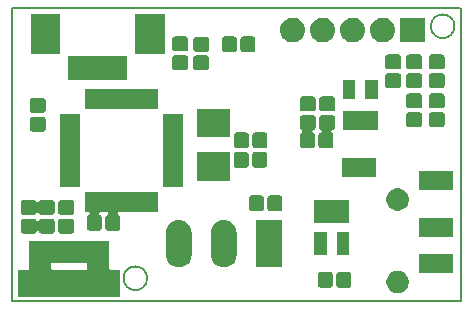
<source format=gbr>
G04 #@! TF.GenerationSoftware,KiCad,Pcbnew,(5.0.0)*
G04 #@! TF.CreationDate,2019-01-26T11:16:20+03:00*
G04 #@! TF.ProjectId,stm32mc,73746D33326D632E6B696361645F7063,rev?*
G04 #@! TF.SameCoordinates,Original*
G04 #@! TF.FileFunction,Soldermask,Bot*
G04 #@! TF.FilePolarity,Negative*
%FSLAX46Y46*%
G04 Gerber Fmt 4.6, Leading zero omitted, Abs format (unit mm)*
G04 Created by KiCad (PCBNEW (5.0.0)) date 01/26/19 11:16:20*
%MOMM*%
%LPD*%
G01*
G04 APERTURE LIST*
%ADD10C,0.150000*%
%ADD11C,0.100000*%
G04 APERTURE END LIST*
D10*
X58531000Y-19050000D02*
G75*
G03X58531000Y-19050000I-1000000J0D01*
G01*
X32512000Y-40386000D02*
G75*
G03X32512000Y-40386000I-1000000J0D01*
G01*
X59055000Y-42291000D02*
X59055000Y-17526000D01*
X59024000Y-17507000D02*
X21082000Y-17526000D01*
X21082000Y-42291000D02*
X59055000Y-42291000D01*
X21082000Y-17526000D02*
X21082000Y-42291000D01*
D11*
G36*
X29308000Y-39549000D02*
X29310402Y-39573386D01*
X29317515Y-39596835D01*
X29329066Y-39618446D01*
X29344612Y-39637388D01*
X29363554Y-39652934D01*
X29385165Y-39664485D01*
X29408614Y-39671598D01*
X29433000Y-39674000D01*
X30205500Y-39674000D01*
X30205500Y-41974000D01*
X21610500Y-41974000D01*
X21610500Y-39674000D01*
X22383000Y-39674000D01*
X22407386Y-39671598D01*
X22430835Y-39664485D01*
X22452446Y-39652934D01*
X22471388Y-39637388D01*
X22486934Y-39618446D01*
X22498485Y-39596835D01*
X22505598Y-39573386D01*
X22508000Y-39549000D01*
X22508000Y-39179000D01*
X24383000Y-39179000D01*
X24383000Y-39549000D01*
X24385402Y-39573386D01*
X24392515Y-39596835D01*
X24404066Y-39618446D01*
X24419612Y-39637388D01*
X24438554Y-39652934D01*
X24460165Y-39664485D01*
X24483614Y-39671598D01*
X24508000Y-39674000D01*
X27308000Y-39674000D01*
X27332386Y-39671598D01*
X27355835Y-39664485D01*
X27377446Y-39652934D01*
X27396388Y-39637388D01*
X27411934Y-39618446D01*
X27423485Y-39596835D01*
X27430598Y-39573386D01*
X27433000Y-39549000D01*
X27433000Y-39179000D01*
X27430598Y-39154614D01*
X27423485Y-39131165D01*
X27411934Y-39109554D01*
X27396388Y-39090612D01*
X27377446Y-39075066D01*
X27355835Y-39063515D01*
X27332386Y-39056402D01*
X27308000Y-39054000D01*
X24508000Y-39054000D01*
X24483614Y-39056402D01*
X24460165Y-39063515D01*
X24438554Y-39075066D01*
X24419612Y-39090612D01*
X24404066Y-39109554D01*
X24392515Y-39131165D01*
X24385402Y-39154614D01*
X24383000Y-39179000D01*
X22508000Y-39179000D01*
X22508000Y-37274000D01*
X29308000Y-37274000D01*
X29308000Y-39549000D01*
X29308000Y-39549000D01*
G37*
G36*
X53854786Y-39774000D02*
X53998105Y-39802508D01*
X54170994Y-39874121D01*
X54326590Y-39978087D01*
X54458913Y-40110410D01*
X54562879Y-40266006D01*
X54634492Y-40438895D01*
X54671000Y-40622433D01*
X54671000Y-40809567D01*
X54634492Y-40993105D01*
X54562879Y-41165994D01*
X54458913Y-41321590D01*
X54326590Y-41453913D01*
X54170994Y-41557879D01*
X53998105Y-41629492D01*
X53860452Y-41656873D01*
X53814568Y-41666000D01*
X53627432Y-41666000D01*
X53581548Y-41656873D01*
X53443895Y-41629492D01*
X53271006Y-41557879D01*
X53115410Y-41453913D01*
X52983087Y-41321590D01*
X52879121Y-41165994D01*
X52807508Y-40993105D01*
X52771000Y-40809567D01*
X52771000Y-40622433D01*
X52807508Y-40438895D01*
X52879121Y-40266006D01*
X52983087Y-40110410D01*
X53115410Y-39978087D01*
X53271006Y-39874121D01*
X53443895Y-39802508D01*
X53587214Y-39774000D01*
X53627432Y-39766000D01*
X53814568Y-39766000D01*
X53854786Y-39774000D01*
X53854786Y-39774000D01*
G37*
G36*
X49605622Y-39843517D02*
X49653585Y-39858066D01*
X49697775Y-39881686D01*
X49736518Y-39913482D01*
X49768314Y-39952225D01*
X49791934Y-39996415D01*
X49806483Y-40044378D01*
X49812000Y-40100391D01*
X49812000Y-40925609D01*
X49806483Y-40981622D01*
X49791934Y-41029585D01*
X49768314Y-41073775D01*
X49736518Y-41112518D01*
X49697775Y-41144314D01*
X49653585Y-41167934D01*
X49605622Y-41182483D01*
X49549609Y-41188000D01*
X48799391Y-41188000D01*
X48743378Y-41182483D01*
X48695415Y-41167934D01*
X48651225Y-41144314D01*
X48612482Y-41112518D01*
X48580686Y-41073775D01*
X48557066Y-41029585D01*
X48542517Y-40981622D01*
X48537000Y-40925609D01*
X48537000Y-40100391D01*
X48542517Y-40044378D01*
X48557066Y-39996415D01*
X48580686Y-39952225D01*
X48612482Y-39913482D01*
X48651225Y-39881686D01*
X48695415Y-39858066D01*
X48743378Y-39843517D01*
X48799391Y-39838000D01*
X49549609Y-39838000D01*
X49605622Y-39843517D01*
X49605622Y-39843517D01*
G37*
G36*
X48030622Y-39843517D02*
X48078585Y-39858066D01*
X48122775Y-39881686D01*
X48161518Y-39913482D01*
X48193314Y-39952225D01*
X48216934Y-39996415D01*
X48231483Y-40044378D01*
X48237000Y-40100391D01*
X48237000Y-40925609D01*
X48231483Y-40981622D01*
X48216934Y-41029585D01*
X48193314Y-41073775D01*
X48161518Y-41112518D01*
X48122775Y-41144314D01*
X48078585Y-41167934D01*
X48030622Y-41182483D01*
X47974609Y-41188000D01*
X47224391Y-41188000D01*
X47168378Y-41182483D01*
X47120415Y-41167934D01*
X47076225Y-41144314D01*
X47037482Y-41112518D01*
X47005686Y-41073775D01*
X46982066Y-41029585D01*
X46967517Y-40981622D01*
X46962000Y-40925609D01*
X46962000Y-40100391D01*
X46967517Y-40044378D01*
X46982066Y-39996415D01*
X47005686Y-39952225D01*
X47037482Y-39913482D01*
X47076225Y-39881686D01*
X47120415Y-39858066D01*
X47168378Y-39843517D01*
X47224391Y-39838000D01*
X47974609Y-39838000D01*
X48030622Y-39843517D01*
X48030622Y-39843517D01*
G37*
G36*
X58421000Y-39916000D02*
X55521000Y-39916000D01*
X55521000Y-38316000D01*
X58421000Y-38316000D01*
X58421000Y-39916000D01*
X58421000Y-39916000D01*
G37*
G36*
X39204639Y-35480916D02*
X39411986Y-35543815D01*
X39411988Y-35543816D01*
X39603084Y-35645958D01*
X39770581Y-35783419D01*
X39908042Y-35950916D01*
X39957395Y-36043250D01*
X40010185Y-36142014D01*
X40073084Y-36349361D01*
X40086914Y-36489777D01*
X40089000Y-36510964D01*
X40089000Y-38419036D01*
X40073084Y-38580638D01*
X40010184Y-38787988D01*
X39908042Y-38979084D01*
X39770581Y-39146581D01*
X39603084Y-39284042D01*
X39411987Y-39386184D01*
X39411985Y-39386185D01*
X39204638Y-39449084D01*
X38989000Y-39470322D01*
X38773361Y-39449084D01*
X38566014Y-39386185D01*
X38566012Y-39386184D01*
X38374916Y-39284042D01*
X38207419Y-39146581D01*
X38069958Y-38979084D01*
X37967816Y-38787987D01*
X37904917Y-38580639D01*
X37904916Y-38580638D01*
X37889000Y-38419037D01*
X37889000Y-36510963D01*
X37904917Y-36349361D01*
X37967816Y-36142014D01*
X38020606Y-36043250D01*
X38069959Y-35950916D01*
X38207420Y-35783419D01*
X38374917Y-35645958D01*
X38566013Y-35543816D01*
X38566015Y-35543815D01*
X38773362Y-35480916D01*
X38989000Y-35459678D01*
X39204639Y-35480916D01*
X39204639Y-35480916D01*
G37*
G36*
X35394639Y-35480916D02*
X35601986Y-35543815D01*
X35601988Y-35543816D01*
X35793084Y-35645958D01*
X35960581Y-35783419D01*
X36098042Y-35950916D01*
X36147395Y-36043250D01*
X36200185Y-36142014D01*
X36263084Y-36349361D01*
X36276914Y-36489777D01*
X36279000Y-36510964D01*
X36279000Y-38419036D01*
X36263084Y-38580638D01*
X36200184Y-38787988D01*
X36098042Y-38979084D01*
X35960581Y-39146581D01*
X35793084Y-39284042D01*
X35601987Y-39386184D01*
X35601985Y-39386185D01*
X35394638Y-39449084D01*
X35179000Y-39470322D01*
X34963361Y-39449084D01*
X34756014Y-39386185D01*
X34756012Y-39386184D01*
X34564916Y-39284042D01*
X34397419Y-39146581D01*
X34259958Y-38979084D01*
X34157816Y-38787987D01*
X34094917Y-38580639D01*
X34094916Y-38580638D01*
X34079000Y-38419037D01*
X34079000Y-36510963D01*
X34094917Y-36349361D01*
X34157816Y-36142014D01*
X34210606Y-36043250D01*
X34259959Y-35950916D01*
X34397420Y-35783419D01*
X34564917Y-35645958D01*
X34756013Y-35543816D01*
X34756015Y-35543815D01*
X34963362Y-35480916D01*
X35179000Y-35459678D01*
X35394639Y-35480916D01*
X35394639Y-35480916D01*
G37*
G36*
X43899000Y-39465000D02*
X41699000Y-39465000D01*
X41699000Y-35465000D01*
X43899000Y-35465000D01*
X43899000Y-39465000D01*
X43899000Y-39465000D01*
G37*
G36*
X49608000Y-38398000D02*
X48558000Y-38398000D01*
X48558000Y-36438000D01*
X49608000Y-36438000D01*
X49608000Y-38398000D01*
X49608000Y-38398000D01*
G37*
G36*
X47708000Y-38398000D02*
X46658000Y-38398000D01*
X46658000Y-36438000D01*
X47708000Y-36438000D01*
X47708000Y-38398000D01*
X47708000Y-38398000D01*
G37*
G36*
X58421000Y-36916000D02*
X55521000Y-36916000D01*
X55521000Y-35316000D01*
X58421000Y-35316000D01*
X58421000Y-36916000D01*
X58421000Y-36916000D01*
G37*
G36*
X22947622Y-35334517D02*
X22995585Y-35349066D01*
X23039775Y-35372686D01*
X23078518Y-35404482D01*
X23110312Y-35443223D01*
X23130760Y-35481478D01*
X23144374Y-35501852D01*
X23161701Y-35519179D01*
X23182075Y-35532793D01*
X23204714Y-35542171D01*
X23228748Y-35546951D01*
X23253252Y-35546951D01*
X23277286Y-35542171D01*
X23299925Y-35532793D01*
X23320299Y-35519179D01*
X23337626Y-35501852D01*
X23351240Y-35481478D01*
X23371688Y-35443223D01*
X23403482Y-35404482D01*
X23442225Y-35372686D01*
X23486415Y-35349066D01*
X23534378Y-35334517D01*
X23590391Y-35329000D01*
X24415609Y-35329000D01*
X24471622Y-35334517D01*
X24519585Y-35349066D01*
X24563775Y-35372686D01*
X24602518Y-35404482D01*
X24634314Y-35443225D01*
X24657934Y-35487415D01*
X24672483Y-35535378D01*
X24678000Y-35591391D01*
X24678000Y-36341609D01*
X24672483Y-36397622D01*
X24657934Y-36445585D01*
X24634314Y-36489775D01*
X24602518Y-36528518D01*
X24563775Y-36560314D01*
X24519585Y-36583934D01*
X24471622Y-36598483D01*
X24415609Y-36604000D01*
X23590391Y-36604000D01*
X23534378Y-36598483D01*
X23486415Y-36583934D01*
X23442225Y-36560314D01*
X23403482Y-36528518D01*
X23371688Y-36489777D01*
X23351240Y-36451522D01*
X23337626Y-36431148D01*
X23320299Y-36413821D01*
X23299925Y-36400207D01*
X23277286Y-36390829D01*
X23253252Y-36386049D01*
X23228748Y-36386049D01*
X23204714Y-36390829D01*
X23182075Y-36400207D01*
X23161701Y-36413821D01*
X23144374Y-36431148D01*
X23130760Y-36451522D01*
X23110312Y-36489777D01*
X23078518Y-36528518D01*
X23039775Y-36560314D01*
X22995585Y-36583934D01*
X22947622Y-36598483D01*
X22891609Y-36604000D01*
X22066391Y-36604000D01*
X22010378Y-36598483D01*
X21962415Y-36583934D01*
X21918225Y-36560314D01*
X21879482Y-36528518D01*
X21847686Y-36489775D01*
X21824066Y-36445585D01*
X21809517Y-36397622D01*
X21804000Y-36341609D01*
X21804000Y-35591391D01*
X21809517Y-35535378D01*
X21824066Y-35487415D01*
X21847686Y-35443225D01*
X21879482Y-35404482D01*
X21918225Y-35372686D01*
X21962415Y-35349066D01*
X22010378Y-35334517D01*
X22066391Y-35329000D01*
X22891609Y-35329000D01*
X22947622Y-35334517D01*
X22947622Y-35334517D01*
G37*
G36*
X26122622Y-35334517D02*
X26170585Y-35349066D01*
X26214775Y-35372686D01*
X26253518Y-35404482D01*
X26285314Y-35443225D01*
X26308934Y-35487415D01*
X26323483Y-35535378D01*
X26329000Y-35591391D01*
X26329000Y-36341609D01*
X26323483Y-36397622D01*
X26308934Y-36445585D01*
X26285314Y-36489775D01*
X26253518Y-36528518D01*
X26214775Y-36560314D01*
X26170585Y-36583934D01*
X26122622Y-36598483D01*
X26066609Y-36604000D01*
X25241391Y-36604000D01*
X25185378Y-36598483D01*
X25137415Y-36583934D01*
X25093225Y-36560314D01*
X25054482Y-36528518D01*
X25022686Y-36489775D01*
X24999066Y-36445585D01*
X24984517Y-36397622D01*
X24979000Y-36341609D01*
X24979000Y-35591391D01*
X24984517Y-35535378D01*
X24999066Y-35487415D01*
X25022686Y-35443225D01*
X25054482Y-35404482D01*
X25093225Y-35372686D01*
X25137415Y-35349066D01*
X25185378Y-35334517D01*
X25241391Y-35329000D01*
X26066609Y-35329000D01*
X26122622Y-35334517D01*
X26122622Y-35334517D01*
G37*
G36*
X33428000Y-34791000D02*
X30143579Y-34791000D01*
X30119193Y-34793402D01*
X30095744Y-34800515D01*
X30074133Y-34812066D01*
X30055191Y-34827612D01*
X30039645Y-34846554D01*
X30028094Y-34868165D01*
X30020981Y-34891614D01*
X30018579Y-34916000D01*
X30020981Y-34940386D01*
X30028094Y-34963835D01*
X30039645Y-34985446D01*
X30055191Y-35004388D01*
X30074133Y-35019934D01*
X30085284Y-35025214D01*
X30084724Y-35026261D01*
X30139775Y-35055686D01*
X30178518Y-35087482D01*
X30210314Y-35126225D01*
X30233934Y-35170415D01*
X30248483Y-35218378D01*
X30254000Y-35274391D01*
X30254000Y-36099609D01*
X30248483Y-36155622D01*
X30233934Y-36203585D01*
X30210314Y-36247775D01*
X30178518Y-36286518D01*
X30139775Y-36318314D01*
X30095585Y-36341934D01*
X30047622Y-36356483D01*
X29991609Y-36362000D01*
X29241391Y-36362000D01*
X29185378Y-36356483D01*
X29137415Y-36341934D01*
X29093225Y-36318314D01*
X29054482Y-36286518D01*
X29022686Y-36247775D01*
X28999066Y-36203585D01*
X28984517Y-36155622D01*
X28979000Y-36099609D01*
X28979000Y-35274391D01*
X28984517Y-35218378D01*
X28999066Y-35170415D01*
X29022686Y-35126225D01*
X29054482Y-35087482D01*
X29093225Y-35055686D01*
X29148276Y-35026261D01*
X29148274Y-35026258D01*
X29148447Y-35026186D01*
X29168809Y-35012554D01*
X29186120Y-34995211D01*
X29199715Y-34974824D01*
X29209072Y-34952176D01*
X29213830Y-34928138D01*
X29213808Y-34903634D01*
X29209005Y-34879605D01*
X29199607Y-34856974D01*
X29185975Y-34836612D01*
X29168632Y-34819301D01*
X29148245Y-34805706D01*
X29125597Y-34796349D01*
X29089421Y-34791000D01*
X28568579Y-34791000D01*
X28544193Y-34793402D01*
X28520744Y-34800515D01*
X28499133Y-34812066D01*
X28480191Y-34827612D01*
X28464645Y-34846554D01*
X28453094Y-34868165D01*
X28445981Y-34891614D01*
X28443579Y-34916000D01*
X28445981Y-34940386D01*
X28453094Y-34963835D01*
X28464645Y-34985446D01*
X28480191Y-35004388D01*
X28499133Y-35019934D01*
X28510284Y-35025214D01*
X28509724Y-35026261D01*
X28564775Y-35055686D01*
X28603518Y-35087482D01*
X28635314Y-35126225D01*
X28658934Y-35170415D01*
X28673483Y-35218378D01*
X28679000Y-35274391D01*
X28679000Y-36099609D01*
X28673483Y-36155622D01*
X28658934Y-36203585D01*
X28635314Y-36247775D01*
X28603518Y-36286518D01*
X28564775Y-36318314D01*
X28520585Y-36341934D01*
X28472622Y-36356483D01*
X28416609Y-36362000D01*
X27666391Y-36362000D01*
X27610378Y-36356483D01*
X27562415Y-36341934D01*
X27518225Y-36318314D01*
X27479482Y-36286518D01*
X27447686Y-36247775D01*
X27424066Y-36203585D01*
X27409517Y-36155622D01*
X27404000Y-36099609D01*
X27404000Y-35274391D01*
X27409517Y-35218378D01*
X27424066Y-35170415D01*
X27447686Y-35126225D01*
X27479482Y-35087482D01*
X27518225Y-35055686D01*
X27573276Y-35026261D01*
X27573274Y-35026258D01*
X27573447Y-35026186D01*
X27593809Y-35012554D01*
X27611120Y-34995211D01*
X27624715Y-34974824D01*
X27634072Y-34952176D01*
X27638830Y-34928138D01*
X27638808Y-34903634D01*
X27634005Y-34879605D01*
X27624607Y-34856974D01*
X27610975Y-34836612D01*
X27593632Y-34819301D01*
X27573245Y-34805706D01*
X27550597Y-34796349D01*
X27514421Y-34791000D01*
X27278000Y-34791000D01*
X27278000Y-33091000D01*
X33428000Y-33091000D01*
X33428000Y-34791000D01*
X33428000Y-34791000D01*
G37*
G36*
X49608000Y-35698000D02*
X46658000Y-35698000D01*
X46658000Y-33738000D01*
X49608000Y-33738000D01*
X49608000Y-35698000D01*
X49608000Y-35698000D01*
G37*
G36*
X22947622Y-33759517D02*
X22995585Y-33774066D01*
X23039775Y-33797686D01*
X23078518Y-33829482D01*
X23110312Y-33868223D01*
X23130760Y-33906478D01*
X23144374Y-33926852D01*
X23161701Y-33944179D01*
X23182075Y-33957793D01*
X23204714Y-33967171D01*
X23228748Y-33971951D01*
X23253252Y-33971951D01*
X23277286Y-33967171D01*
X23299925Y-33957793D01*
X23320299Y-33944179D01*
X23337626Y-33926852D01*
X23351240Y-33906478D01*
X23371688Y-33868223D01*
X23403482Y-33829482D01*
X23442225Y-33797686D01*
X23486415Y-33774066D01*
X23534378Y-33759517D01*
X23590391Y-33754000D01*
X24415609Y-33754000D01*
X24471622Y-33759517D01*
X24519585Y-33774066D01*
X24563775Y-33797686D01*
X24602518Y-33829482D01*
X24634314Y-33868225D01*
X24657934Y-33912415D01*
X24672483Y-33960378D01*
X24678000Y-34016391D01*
X24678000Y-34766609D01*
X24672483Y-34822622D01*
X24657934Y-34870585D01*
X24634314Y-34914775D01*
X24602518Y-34953518D01*
X24563775Y-34985314D01*
X24519585Y-35008934D01*
X24471622Y-35023483D01*
X24415609Y-35029000D01*
X23590391Y-35029000D01*
X23534378Y-35023483D01*
X23486415Y-35008934D01*
X23442225Y-34985314D01*
X23403482Y-34953518D01*
X23371688Y-34914777D01*
X23351240Y-34876522D01*
X23337626Y-34856148D01*
X23320299Y-34838821D01*
X23299925Y-34825207D01*
X23277286Y-34815829D01*
X23253252Y-34811049D01*
X23228748Y-34811049D01*
X23204714Y-34815829D01*
X23182075Y-34825207D01*
X23161701Y-34838821D01*
X23144374Y-34856148D01*
X23130760Y-34876522D01*
X23110312Y-34914777D01*
X23078518Y-34953518D01*
X23039775Y-34985314D01*
X22995585Y-35008934D01*
X22947622Y-35023483D01*
X22891609Y-35029000D01*
X22066391Y-35029000D01*
X22010378Y-35023483D01*
X21962415Y-35008934D01*
X21918225Y-34985314D01*
X21879482Y-34953518D01*
X21847686Y-34914775D01*
X21824066Y-34870585D01*
X21809517Y-34822622D01*
X21804000Y-34766609D01*
X21804000Y-34016391D01*
X21809517Y-33960378D01*
X21824066Y-33912415D01*
X21847686Y-33868225D01*
X21879482Y-33829482D01*
X21918225Y-33797686D01*
X21962415Y-33774066D01*
X22010378Y-33759517D01*
X22066391Y-33754000D01*
X22891609Y-33754000D01*
X22947622Y-33759517D01*
X22947622Y-33759517D01*
G37*
G36*
X26122622Y-33759517D02*
X26170585Y-33774066D01*
X26214775Y-33797686D01*
X26253518Y-33829482D01*
X26285314Y-33868225D01*
X26308934Y-33912415D01*
X26323483Y-33960378D01*
X26329000Y-34016391D01*
X26329000Y-34766609D01*
X26323483Y-34822622D01*
X26308934Y-34870585D01*
X26285314Y-34914775D01*
X26253518Y-34953518D01*
X26214775Y-34985314D01*
X26170585Y-35008934D01*
X26122622Y-35023483D01*
X26066609Y-35029000D01*
X25241391Y-35029000D01*
X25185378Y-35023483D01*
X25137415Y-35008934D01*
X25093225Y-34985314D01*
X25054482Y-34953518D01*
X25022686Y-34914775D01*
X24999066Y-34870585D01*
X24984517Y-34822622D01*
X24979000Y-34766609D01*
X24979000Y-34016391D01*
X24984517Y-33960378D01*
X24999066Y-33912415D01*
X25022686Y-33868225D01*
X25054482Y-33829482D01*
X25093225Y-33797686D01*
X25137415Y-33774066D01*
X25185378Y-33759517D01*
X25241391Y-33754000D01*
X26066609Y-33754000D01*
X26122622Y-33759517D01*
X26122622Y-33759517D01*
G37*
G36*
X43763622Y-33366517D02*
X43811585Y-33381066D01*
X43855775Y-33404686D01*
X43894518Y-33436482D01*
X43926314Y-33475225D01*
X43949934Y-33519415D01*
X43964483Y-33567378D01*
X43970000Y-33623391D01*
X43970000Y-34448609D01*
X43964483Y-34504622D01*
X43949934Y-34552585D01*
X43926314Y-34596775D01*
X43894518Y-34635518D01*
X43855775Y-34667314D01*
X43811585Y-34690934D01*
X43763622Y-34705483D01*
X43707609Y-34711000D01*
X42957391Y-34711000D01*
X42901378Y-34705483D01*
X42853415Y-34690934D01*
X42809225Y-34667314D01*
X42770482Y-34635518D01*
X42738686Y-34596775D01*
X42715066Y-34552585D01*
X42700517Y-34504622D01*
X42695000Y-34448609D01*
X42695000Y-33623391D01*
X42700517Y-33567378D01*
X42715066Y-33519415D01*
X42738686Y-33475225D01*
X42770482Y-33436482D01*
X42809225Y-33404686D01*
X42853415Y-33381066D01*
X42901378Y-33366517D01*
X42957391Y-33361000D01*
X43707609Y-33361000D01*
X43763622Y-33366517D01*
X43763622Y-33366517D01*
G37*
G36*
X42188622Y-33366517D02*
X42236585Y-33381066D01*
X42280775Y-33404686D01*
X42319518Y-33436482D01*
X42351314Y-33475225D01*
X42374934Y-33519415D01*
X42389483Y-33567378D01*
X42395000Y-33623391D01*
X42395000Y-34448609D01*
X42389483Y-34504622D01*
X42374934Y-34552585D01*
X42351314Y-34596775D01*
X42319518Y-34635518D01*
X42280775Y-34667314D01*
X42236585Y-34690934D01*
X42188622Y-34705483D01*
X42132609Y-34711000D01*
X41382391Y-34711000D01*
X41326378Y-34705483D01*
X41278415Y-34690934D01*
X41234225Y-34667314D01*
X41195482Y-34635518D01*
X41163686Y-34596775D01*
X41140066Y-34552585D01*
X41125517Y-34504622D01*
X41120000Y-34448609D01*
X41120000Y-33623391D01*
X41125517Y-33567378D01*
X41140066Y-33519415D01*
X41163686Y-33475225D01*
X41195482Y-33436482D01*
X41234225Y-33404686D01*
X41278415Y-33381066D01*
X41326378Y-33366517D01*
X41382391Y-33361000D01*
X42132609Y-33361000D01*
X42188622Y-33366517D01*
X42188622Y-33366517D01*
G37*
G36*
X53860451Y-32775127D02*
X53998105Y-32802508D01*
X54170994Y-32874121D01*
X54326590Y-32978087D01*
X54458913Y-33110410D01*
X54562879Y-33266006D01*
X54634492Y-33438895D01*
X54671000Y-33622433D01*
X54671000Y-33809567D01*
X54634492Y-33993105D01*
X54562879Y-34165994D01*
X54458913Y-34321590D01*
X54326590Y-34453913D01*
X54170994Y-34557879D01*
X53998105Y-34629492D01*
X53860451Y-34656873D01*
X53814568Y-34666000D01*
X53627432Y-34666000D01*
X53581549Y-34656873D01*
X53443895Y-34629492D01*
X53271006Y-34557879D01*
X53115410Y-34453913D01*
X52983087Y-34321590D01*
X52879121Y-34165994D01*
X52807508Y-33993105D01*
X52771000Y-33809567D01*
X52771000Y-33622433D01*
X52807508Y-33438895D01*
X52879121Y-33266006D01*
X52983087Y-33110410D01*
X53115410Y-32978087D01*
X53271006Y-32874121D01*
X53443895Y-32802508D01*
X53581549Y-32775127D01*
X53627432Y-32766000D01*
X53814568Y-32766000D01*
X53860451Y-32775127D01*
X53860451Y-32775127D01*
G37*
G36*
X58421000Y-32916000D02*
X55521000Y-32916000D01*
X55521000Y-31316000D01*
X58421000Y-31316000D01*
X58421000Y-32916000D01*
X58421000Y-32916000D01*
G37*
G36*
X26853000Y-32666000D02*
X25153000Y-32666000D01*
X25153000Y-26516000D01*
X26853000Y-26516000D01*
X26853000Y-32666000D01*
X26853000Y-32666000D01*
G37*
G36*
X35553000Y-32666000D02*
X33853000Y-32666000D01*
X33853000Y-26516000D01*
X35553000Y-26516000D01*
X35553000Y-32666000D01*
X35553000Y-32666000D01*
G37*
G36*
X39500000Y-32133000D02*
X36700000Y-32133000D01*
X36700000Y-29733000D01*
X39500000Y-29733000D01*
X39500000Y-32133000D01*
X39500000Y-32133000D01*
G37*
G36*
X51921000Y-31816000D02*
X49021000Y-31816000D01*
X49021000Y-30216000D01*
X51921000Y-30216000D01*
X51921000Y-31816000D01*
X51921000Y-31816000D01*
G37*
G36*
X42468122Y-29683517D02*
X42516085Y-29698066D01*
X42560275Y-29721686D01*
X42599018Y-29753482D01*
X42630814Y-29792225D01*
X42654434Y-29836415D01*
X42668983Y-29884378D01*
X42674500Y-29940391D01*
X42674500Y-30765609D01*
X42668983Y-30821622D01*
X42654434Y-30869585D01*
X42630814Y-30913775D01*
X42599018Y-30952518D01*
X42560275Y-30984314D01*
X42516085Y-31007934D01*
X42468122Y-31022483D01*
X42412109Y-31028000D01*
X41661891Y-31028000D01*
X41605878Y-31022483D01*
X41557915Y-31007934D01*
X41513725Y-30984314D01*
X41474982Y-30952518D01*
X41443186Y-30913775D01*
X41419566Y-30869585D01*
X41405017Y-30821622D01*
X41399500Y-30765609D01*
X41399500Y-29940391D01*
X41405017Y-29884378D01*
X41419566Y-29836415D01*
X41443186Y-29792225D01*
X41474982Y-29753482D01*
X41513725Y-29721686D01*
X41557915Y-29698066D01*
X41605878Y-29683517D01*
X41661891Y-29678000D01*
X42412109Y-29678000D01*
X42468122Y-29683517D01*
X42468122Y-29683517D01*
G37*
G36*
X40893122Y-29683517D02*
X40941085Y-29698066D01*
X40985275Y-29721686D01*
X41024018Y-29753482D01*
X41055814Y-29792225D01*
X41079434Y-29836415D01*
X41093983Y-29884378D01*
X41099500Y-29940391D01*
X41099500Y-30765609D01*
X41093983Y-30821622D01*
X41079434Y-30869585D01*
X41055814Y-30913775D01*
X41024018Y-30952518D01*
X40985275Y-30984314D01*
X40941085Y-31007934D01*
X40893122Y-31022483D01*
X40837109Y-31028000D01*
X40086891Y-31028000D01*
X40030878Y-31022483D01*
X39982915Y-31007934D01*
X39938725Y-30984314D01*
X39899982Y-30952518D01*
X39868186Y-30913775D01*
X39844566Y-30869585D01*
X39830017Y-30821622D01*
X39824500Y-30765609D01*
X39824500Y-29940391D01*
X39830017Y-29884378D01*
X39844566Y-29836415D01*
X39868186Y-29792225D01*
X39899982Y-29753482D01*
X39938725Y-29721686D01*
X39982915Y-29698066D01*
X40030878Y-29683517D01*
X40086891Y-29678000D01*
X40837109Y-29678000D01*
X40893122Y-29683517D01*
X40893122Y-29683517D01*
G37*
G36*
X40918622Y-28032517D02*
X40966585Y-28047066D01*
X41010775Y-28070686D01*
X41049518Y-28102482D01*
X41081314Y-28141225D01*
X41104934Y-28185415D01*
X41119483Y-28233378D01*
X41125000Y-28289391D01*
X41125000Y-29114609D01*
X41119483Y-29170622D01*
X41104934Y-29218585D01*
X41081314Y-29262775D01*
X41049518Y-29301518D01*
X41010775Y-29333314D01*
X40966585Y-29356934D01*
X40918622Y-29371483D01*
X40862609Y-29377000D01*
X40112391Y-29377000D01*
X40056378Y-29371483D01*
X40008415Y-29356934D01*
X39964225Y-29333314D01*
X39925482Y-29301518D01*
X39893686Y-29262775D01*
X39870066Y-29218585D01*
X39855517Y-29170622D01*
X39850000Y-29114609D01*
X39850000Y-28289391D01*
X39855517Y-28233378D01*
X39870066Y-28185415D01*
X39893686Y-28141225D01*
X39925482Y-28102482D01*
X39964225Y-28070686D01*
X40008415Y-28047066D01*
X40056378Y-28032517D01*
X40112391Y-28027000D01*
X40862609Y-28027000D01*
X40918622Y-28032517D01*
X40918622Y-28032517D01*
G37*
G36*
X42493622Y-28032517D02*
X42541585Y-28047066D01*
X42585775Y-28070686D01*
X42624518Y-28102482D01*
X42656314Y-28141225D01*
X42679934Y-28185415D01*
X42694483Y-28233378D01*
X42700000Y-28289391D01*
X42700000Y-29114609D01*
X42694483Y-29170622D01*
X42679934Y-29218585D01*
X42656314Y-29262775D01*
X42624518Y-29301518D01*
X42585775Y-29333314D01*
X42541585Y-29356934D01*
X42493622Y-29371483D01*
X42437609Y-29377000D01*
X41687391Y-29377000D01*
X41631378Y-29371483D01*
X41583415Y-29356934D01*
X41539225Y-29333314D01*
X41500482Y-29301518D01*
X41468686Y-29262775D01*
X41445066Y-29218585D01*
X41430517Y-29170622D01*
X41425000Y-29114609D01*
X41425000Y-28289391D01*
X41430517Y-28233378D01*
X41445066Y-28185415D01*
X41468686Y-28141225D01*
X41500482Y-28102482D01*
X41539225Y-28070686D01*
X41583415Y-28047066D01*
X41631378Y-28032517D01*
X41687391Y-28027000D01*
X42437609Y-28027000D01*
X42493622Y-28032517D01*
X42493622Y-28032517D01*
G37*
G36*
X46569622Y-26571517D02*
X46617585Y-26586066D01*
X46661775Y-26609686D01*
X46700518Y-26641482D01*
X46732314Y-26680225D01*
X46755934Y-26724415D01*
X46770483Y-26772378D01*
X46776000Y-26828391D01*
X46776000Y-27578609D01*
X46770483Y-27634622D01*
X46755934Y-27682585D01*
X46732314Y-27726775D01*
X46700518Y-27765518D01*
X46661775Y-27797314D01*
X46617582Y-27820935D01*
X46596281Y-27827397D01*
X46573643Y-27836774D01*
X46553268Y-27850388D01*
X46535941Y-27867716D01*
X46522327Y-27888090D01*
X46512950Y-27910729D01*
X46508170Y-27934763D01*
X46508170Y-27959267D01*
X46512951Y-27983301D01*
X46522328Y-28005939D01*
X46535942Y-28026314D01*
X46553270Y-28043641D01*
X46573645Y-28057255D01*
X46598777Y-28070688D01*
X46637518Y-28102482D01*
X46669314Y-28141225D01*
X46692934Y-28185415D01*
X46707483Y-28233378D01*
X46713000Y-28289391D01*
X46713000Y-29114609D01*
X46707483Y-29170622D01*
X46692934Y-29218585D01*
X46669314Y-29262775D01*
X46637518Y-29301518D01*
X46598775Y-29333314D01*
X46554585Y-29356934D01*
X46506622Y-29371483D01*
X46450609Y-29377000D01*
X45700391Y-29377000D01*
X45644378Y-29371483D01*
X45596415Y-29356934D01*
X45552225Y-29333314D01*
X45513482Y-29301518D01*
X45481686Y-29262775D01*
X45458066Y-29218585D01*
X45443517Y-29170622D01*
X45438000Y-29114609D01*
X45438000Y-28289391D01*
X45443517Y-28233378D01*
X45458066Y-28185415D01*
X45481686Y-28141225D01*
X45513482Y-28102482D01*
X45552223Y-28070688D01*
X45595821Y-28047384D01*
X45616195Y-28033770D01*
X45633522Y-28016443D01*
X45647136Y-27996068D01*
X45656514Y-27973429D01*
X45661294Y-27949396D01*
X45661294Y-27924892D01*
X45656513Y-27900858D01*
X45647136Y-27878219D01*
X45633522Y-27857845D01*
X45616195Y-27840518D01*
X45595820Y-27826904D01*
X45594774Y-27826471D01*
X45540225Y-27797314D01*
X45501482Y-27765518D01*
X45469686Y-27726775D01*
X45446066Y-27682585D01*
X45431517Y-27634622D01*
X45426000Y-27578609D01*
X45426000Y-26828391D01*
X45431517Y-26772378D01*
X45446066Y-26724415D01*
X45469686Y-26680225D01*
X45501482Y-26641482D01*
X45540225Y-26609686D01*
X45584415Y-26586066D01*
X45632378Y-26571517D01*
X45688391Y-26566000D01*
X46513609Y-26566000D01*
X46569622Y-26571517D01*
X46569622Y-26571517D01*
G37*
G36*
X48220622Y-26571517D02*
X48268585Y-26586066D01*
X48312775Y-26609686D01*
X48351518Y-26641482D01*
X48383314Y-26680225D01*
X48406934Y-26724415D01*
X48421483Y-26772378D01*
X48427000Y-26828391D01*
X48427000Y-27578609D01*
X48421483Y-27634622D01*
X48406934Y-27682585D01*
X48383314Y-27726775D01*
X48351518Y-27765518D01*
X48312775Y-27797314D01*
X48268585Y-27820934D01*
X48220622Y-27835483D01*
X48219585Y-27835585D01*
X48195551Y-27840364D01*
X48172912Y-27849741D01*
X48152537Y-27863354D01*
X48135209Y-27880681D01*
X48121595Y-27901055D01*
X48112217Y-27923693D01*
X48107435Y-27947727D01*
X48107435Y-27972231D01*
X48112214Y-27996265D01*
X48121591Y-28018904D01*
X48135204Y-28039279D01*
X48152531Y-28056607D01*
X48172907Y-28070222D01*
X48173775Y-28070686D01*
X48212518Y-28102482D01*
X48244314Y-28141225D01*
X48267934Y-28185415D01*
X48282483Y-28233378D01*
X48288000Y-28289391D01*
X48288000Y-29114609D01*
X48282483Y-29170622D01*
X48267934Y-29218585D01*
X48244314Y-29262775D01*
X48212518Y-29301518D01*
X48173775Y-29333314D01*
X48129585Y-29356934D01*
X48081622Y-29371483D01*
X48025609Y-29377000D01*
X47275391Y-29377000D01*
X47219378Y-29371483D01*
X47171415Y-29356934D01*
X47127225Y-29333314D01*
X47088482Y-29301518D01*
X47056686Y-29262775D01*
X47033066Y-29218585D01*
X47018517Y-29170622D01*
X47013000Y-29114609D01*
X47013000Y-28289391D01*
X47018517Y-28233378D01*
X47033066Y-28185415D01*
X47056686Y-28141225D01*
X47088482Y-28102482D01*
X47127225Y-28070686D01*
X47171415Y-28047066D01*
X47193355Y-28040411D01*
X47215994Y-28031034D01*
X47236369Y-28017420D01*
X47253696Y-28000093D01*
X47267310Y-27979718D01*
X47276687Y-27957079D01*
X47281468Y-27933046D01*
X47281468Y-27908542D01*
X47276688Y-27884508D01*
X47267311Y-27861869D01*
X47253697Y-27841494D01*
X47236370Y-27824167D01*
X47215994Y-27810553D01*
X47191225Y-27797314D01*
X47152482Y-27765518D01*
X47120686Y-27726775D01*
X47097066Y-27682585D01*
X47082517Y-27634622D01*
X47077000Y-27578609D01*
X47077000Y-26828391D01*
X47082517Y-26772378D01*
X47097066Y-26724415D01*
X47120686Y-26680225D01*
X47152482Y-26641482D01*
X47191225Y-26609686D01*
X47235415Y-26586066D01*
X47283378Y-26571517D01*
X47339391Y-26566000D01*
X48164609Y-26566000D01*
X48220622Y-26571517D01*
X48220622Y-26571517D01*
G37*
G36*
X39500000Y-28433000D02*
X36700000Y-28433000D01*
X36700000Y-26033000D01*
X39500000Y-26033000D01*
X39500000Y-28433000D01*
X39500000Y-28433000D01*
G37*
G36*
X23709622Y-26698517D02*
X23757585Y-26713066D01*
X23801775Y-26736686D01*
X23840518Y-26768482D01*
X23872314Y-26807225D01*
X23895934Y-26851415D01*
X23910483Y-26899378D01*
X23916000Y-26955391D01*
X23916000Y-27705609D01*
X23910483Y-27761622D01*
X23895934Y-27809585D01*
X23872314Y-27853775D01*
X23840518Y-27892518D01*
X23801775Y-27924314D01*
X23757585Y-27947934D01*
X23709622Y-27962483D01*
X23653609Y-27968000D01*
X22828391Y-27968000D01*
X22772378Y-27962483D01*
X22724415Y-27947934D01*
X22680225Y-27924314D01*
X22641482Y-27892518D01*
X22609686Y-27853775D01*
X22586066Y-27809585D01*
X22571517Y-27761622D01*
X22566000Y-27705609D01*
X22566000Y-26955391D01*
X22571517Y-26899378D01*
X22586066Y-26851415D01*
X22609686Y-26807225D01*
X22641482Y-26768482D01*
X22680225Y-26736686D01*
X22724415Y-26713066D01*
X22772378Y-26698517D01*
X22828391Y-26693000D01*
X23653609Y-26693000D01*
X23709622Y-26698517D01*
X23709622Y-26698517D01*
G37*
G36*
X52021000Y-27814000D02*
X49071000Y-27814000D01*
X49071000Y-26194000D01*
X52021000Y-26194000D01*
X52021000Y-27814000D01*
X52021000Y-27814000D01*
G37*
G36*
X55586622Y-26317517D02*
X55634585Y-26332066D01*
X55678775Y-26355686D01*
X55717518Y-26387482D01*
X55749314Y-26426225D01*
X55772934Y-26470415D01*
X55787483Y-26518378D01*
X55793000Y-26574391D01*
X55793000Y-27324609D01*
X55787483Y-27380622D01*
X55772934Y-27428585D01*
X55749314Y-27472775D01*
X55717518Y-27511518D01*
X55678775Y-27543314D01*
X55634585Y-27566934D01*
X55586622Y-27581483D01*
X55530609Y-27587000D01*
X54705391Y-27587000D01*
X54649378Y-27581483D01*
X54601415Y-27566934D01*
X54557225Y-27543314D01*
X54518482Y-27511518D01*
X54486686Y-27472775D01*
X54463066Y-27428585D01*
X54448517Y-27380622D01*
X54443000Y-27324609D01*
X54443000Y-26574391D01*
X54448517Y-26518378D01*
X54463066Y-26470415D01*
X54486686Y-26426225D01*
X54518482Y-26387482D01*
X54557225Y-26355686D01*
X54601415Y-26332066D01*
X54649378Y-26317517D01*
X54705391Y-26312000D01*
X55530609Y-26312000D01*
X55586622Y-26317517D01*
X55586622Y-26317517D01*
G37*
G36*
X57491622Y-26317517D02*
X57539585Y-26332066D01*
X57583775Y-26355686D01*
X57622518Y-26387482D01*
X57654314Y-26426225D01*
X57677934Y-26470415D01*
X57692483Y-26518378D01*
X57698000Y-26574391D01*
X57698000Y-27324609D01*
X57692483Y-27380622D01*
X57677934Y-27428585D01*
X57654314Y-27472775D01*
X57622518Y-27511518D01*
X57583775Y-27543314D01*
X57539585Y-27566934D01*
X57491622Y-27581483D01*
X57435609Y-27587000D01*
X56610391Y-27587000D01*
X56554378Y-27581483D01*
X56506415Y-27566934D01*
X56462225Y-27543314D01*
X56423482Y-27511518D01*
X56391686Y-27472775D01*
X56368066Y-27428585D01*
X56353517Y-27380622D01*
X56348000Y-27324609D01*
X56348000Y-26574391D01*
X56353517Y-26518378D01*
X56368066Y-26470415D01*
X56391686Y-26426225D01*
X56423482Y-26387482D01*
X56462225Y-26355686D01*
X56506415Y-26332066D01*
X56554378Y-26317517D01*
X56610391Y-26312000D01*
X57435609Y-26312000D01*
X57491622Y-26317517D01*
X57491622Y-26317517D01*
G37*
G36*
X23709622Y-25123517D02*
X23757585Y-25138066D01*
X23801775Y-25161686D01*
X23840518Y-25193482D01*
X23872314Y-25232225D01*
X23895934Y-25276415D01*
X23910483Y-25324378D01*
X23916000Y-25380391D01*
X23916000Y-26130609D01*
X23910483Y-26186622D01*
X23895934Y-26234585D01*
X23872314Y-26278775D01*
X23840518Y-26317518D01*
X23801775Y-26349314D01*
X23757585Y-26372934D01*
X23709622Y-26387483D01*
X23653609Y-26393000D01*
X22828391Y-26393000D01*
X22772378Y-26387483D01*
X22724415Y-26372934D01*
X22680225Y-26349314D01*
X22641482Y-26317518D01*
X22609686Y-26278775D01*
X22586066Y-26234585D01*
X22571517Y-26186622D01*
X22566000Y-26130609D01*
X22566000Y-25380391D01*
X22571517Y-25324378D01*
X22586066Y-25276415D01*
X22609686Y-25232225D01*
X22641482Y-25193482D01*
X22680225Y-25161686D01*
X22724415Y-25138066D01*
X22772378Y-25123517D01*
X22828391Y-25118000D01*
X23653609Y-25118000D01*
X23709622Y-25123517D01*
X23709622Y-25123517D01*
G37*
G36*
X46569622Y-24996517D02*
X46617585Y-25011066D01*
X46661775Y-25034686D01*
X46700518Y-25066482D01*
X46732314Y-25105225D01*
X46755934Y-25149415D01*
X46770483Y-25197378D01*
X46776000Y-25253391D01*
X46776000Y-26003609D01*
X46770483Y-26059622D01*
X46755934Y-26107585D01*
X46732314Y-26151775D01*
X46700518Y-26190518D01*
X46661775Y-26222314D01*
X46617585Y-26245934D01*
X46569622Y-26260483D01*
X46513609Y-26266000D01*
X45688391Y-26266000D01*
X45632378Y-26260483D01*
X45584415Y-26245934D01*
X45540225Y-26222314D01*
X45501482Y-26190518D01*
X45469686Y-26151775D01*
X45446066Y-26107585D01*
X45431517Y-26059622D01*
X45426000Y-26003609D01*
X45426000Y-25253391D01*
X45431517Y-25197378D01*
X45446066Y-25149415D01*
X45469686Y-25105225D01*
X45501482Y-25066482D01*
X45540225Y-25034686D01*
X45584415Y-25011066D01*
X45632378Y-24996517D01*
X45688391Y-24991000D01*
X46513609Y-24991000D01*
X46569622Y-24996517D01*
X46569622Y-24996517D01*
G37*
G36*
X48220622Y-24996517D02*
X48268585Y-25011066D01*
X48312775Y-25034686D01*
X48351518Y-25066482D01*
X48383314Y-25105225D01*
X48406934Y-25149415D01*
X48421483Y-25197378D01*
X48427000Y-25253391D01*
X48427000Y-26003609D01*
X48421483Y-26059622D01*
X48406934Y-26107585D01*
X48383314Y-26151775D01*
X48351518Y-26190518D01*
X48312775Y-26222314D01*
X48268585Y-26245934D01*
X48220622Y-26260483D01*
X48164609Y-26266000D01*
X47339391Y-26266000D01*
X47283378Y-26260483D01*
X47235415Y-26245934D01*
X47191225Y-26222314D01*
X47152482Y-26190518D01*
X47120686Y-26151775D01*
X47097066Y-26107585D01*
X47082517Y-26059622D01*
X47077000Y-26003609D01*
X47077000Y-25253391D01*
X47082517Y-25197378D01*
X47097066Y-25149415D01*
X47120686Y-25105225D01*
X47152482Y-25066482D01*
X47191225Y-25034686D01*
X47235415Y-25011066D01*
X47283378Y-24996517D01*
X47339391Y-24991000D01*
X48164609Y-24991000D01*
X48220622Y-24996517D01*
X48220622Y-24996517D01*
G37*
G36*
X33428000Y-26091000D02*
X27278000Y-26091000D01*
X27278000Y-24391000D01*
X33428000Y-24391000D01*
X33428000Y-26091000D01*
X33428000Y-26091000D01*
G37*
G36*
X57491622Y-24742517D02*
X57539585Y-24757066D01*
X57583775Y-24780686D01*
X57622518Y-24812482D01*
X57654314Y-24851225D01*
X57677934Y-24895415D01*
X57692483Y-24943378D01*
X57698000Y-24999391D01*
X57698000Y-25749609D01*
X57692483Y-25805622D01*
X57677934Y-25853585D01*
X57654314Y-25897775D01*
X57622518Y-25936518D01*
X57583775Y-25968314D01*
X57539585Y-25991934D01*
X57491622Y-26006483D01*
X57435609Y-26012000D01*
X56610391Y-26012000D01*
X56554378Y-26006483D01*
X56506415Y-25991934D01*
X56462225Y-25968314D01*
X56423482Y-25936518D01*
X56391686Y-25897775D01*
X56368066Y-25853585D01*
X56353517Y-25805622D01*
X56348000Y-25749609D01*
X56348000Y-24999391D01*
X56353517Y-24943378D01*
X56368066Y-24895415D01*
X56391686Y-24851225D01*
X56423482Y-24812482D01*
X56462225Y-24780686D01*
X56506415Y-24757066D01*
X56554378Y-24742517D01*
X56610391Y-24737000D01*
X57435609Y-24737000D01*
X57491622Y-24742517D01*
X57491622Y-24742517D01*
G37*
G36*
X55586622Y-24742517D02*
X55634585Y-24757066D01*
X55678775Y-24780686D01*
X55717518Y-24812482D01*
X55749314Y-24851225D01*
X55772934Y-24895415D01*
X55787483Y-24943378D01*
X55793000Y-24999391D01*
X55793000Y-25749609D01*
X55787483Y-25805622D01*
X55772934Y-25853585D01*
X55749314Y-25897775D01*
X55717518Y-25936518D01*
X55678775Y-25968314D01*
X55634585Y-25991934D01*
X55586622Y-26006483D01*
X55530609Y-26012000D01*
X54705391Y-26012000D01*
X54649378Y-26006483D01*
X54601415Y-25991934D01*
X54557225Y-25968314D01*
X54518482Y-25936518D01*
X54486686Y-25897775D01*
X54463066Y-25853585D01*
X54448517Y-25805622D01*
X54443000Y-25749609D01*
X54443000Y-24999391D01*
X54448517Y-24943378D01*
X54463066Y-24895415D01*
X54486686Y-24851225D01*
X54518482Y-24812482D01*
X54557225Y-24780686D01*
X54601415Y-24757066D01*
X54649378Y-24742517D01*
X54705391Y-24737000D01*
X55530609Y-24737000D01*
X55586622Y-24742517D01*
X55586622Y-24742517D01*
G37*
G36*
X52021000Y-25194000D02*
X50971000Y-25194000D01*
X50971000Y-23574000D01*
X52021000Y-23574000D01*
X52021000Y-25194000D01*
X52021000Y-25194000D01*
G37*
G36*
X50121000Y-25194000D02*
X49071000Y-25194000D01*
X49071000Y-23574000D01*
X50121000Y-23574000D01*
X50121000Y-25194000D01*
X50121000Y-25194000D01*
G37*
G36*
X57491622Y-23015517D02*
X57539585Y-23030066D01*
X57583775Y-23053686D01*
X57622518Y-23085482D01*
X57654314Y-23124225D01*
X57677934Y-23168415D01*
X57692483Y-23216378D01*
X57698000Y-23272391D01*
X57698000Y-24022609D01*
X57692483Y-24078622D01*
X57677934Y-24126585D01*
X57654314Y-24170775D01*
X57622518Y-24209518D01*
X57583775Y-24241314D01*
X57539585Y-24264934D01*
X57491622Y-24279483D01*
X57435609Y-24285000D01*
X56610391Y-24285000D01*
X56554378Y-24279483D01*
X56506415Y-24264934D01*
X56462225Y-24241314D01*
X56423482Y-24209518D01*
X56391686Y-24170775D01*
X56368066Y-24126585D01*
X56353517Y-24078622D01*
X56348000Y-24022609D01*
X56348000Y-23272391D01*
X56353517Y-23216378D01*
X56368066Y-23168415D01*
X56391686Y-23124225D01*
X56423482Y-23085482D01*
X56462225Y-23053686D01*
X56506415Y-23030066D01*
X56554378Y-23015517D01*
X56610391Y-23010000D01*
X57435609Y-23010000D01*
X57491622Y-23015517D01*
X57491622Y-23015517D01*
G37*
G36*
X53808622Y-23015517D02*
X53856585Y-23030066D01*
X53900775Y-23053686D01*
X53939518Y-23085482D01*
X53971314Y-23124225D01*
X53994934Y-23168415D01*
X54009483Y-23216378D01*
X54015000Y-23272391D01*
X54015000Y-24022609D01*
X54009483Y-24078622D01*
X53994934Y-24126585D01*
X53971314Y-24170775D01*
X53939518Y-24209518D01*
X53900775Y-24241314D01*
X53856585Y-24264934D01*
X53808622Y-24279483D01*
X53752609Y-24285000D01*
X52927391Y-24285000D01*
X52871378Y-24279483D01*
X52823415Y-24264934D01*
X52779225Y-24241314D01*
X52740482Y-24209518D01*
X52708686Y-24170775D01*
X52685066Y-24126585D01*
X52670517Y-24078622D01*
X52665000Y-24022609D01*
X52665000Y-23272391D01*
X52670517Y-23216378D01*
X52685066Y-23168415D01*
X52708686Y-23124225D01*
X52740482Y-23085482D01*
X52779225Y-23053686D01*
X52823415Y-23030066D01*
X52871378Y-23015517D01*
X52927391Y-23010000D01*
X53752609Y-23010000D01*
X53808622Y-23015517D01*
X53808622Y-23015517D01*
G37*
G36*
X55586622Y-23015517D02*
X55634585Y-23030066D01*
X55678775Y-23053686D01*
X55717518Y-23085482D01*
X55749314Y-23124225D01*
X55772934Y-23168415D01*
X55787483Y-23216378D01*
X55793000Y-23272391D01*
X55793000Y-24022609D01*
X55787483Y-24078622D01*
X55772934Y-24126585D01*
X55749314Y-24170775D01*
X55717518Y-24209518D01*
X55678775Y-24241314D01*
X55634585Y-24264934D01*
X55586622Y-24279483D01*
X55530609Y-24285000D01*
X54705391Y-24285000D01*
X54649378Y-24279483D01*
X54601415Y-24264934D01*
X54557225Y-24241314D01*
X54518482Y-24209518D01*
X54486686Y-24170775D01*
X54463066Y-24126585D01*
X54448517Y-24078622D01*
X54443000Y-24022609D01*
X54443000Y-23272391D01*
X54448517Y-23216378D01*
X54463066Y-23168415D01*
X54486686Y-23124225D01*
X54518482Y-23085482D01*
X54557225Y-23053686D01*
X54601415Y-23030066D01*
X54649378Y-23015517D01*
X54705391Y-23010000D01*
X55530609Y-23010000D01*
X55586622Y-23015517D01*
X55586622Y-23015517D01*
G37*
G36*
X30796000Y-23593000D02*
X25846000Y-23593000D01*
X25846000Y-21593000D01*
X30796000Y-21593000D01*
X30796000Y-23593000D01*
X30796000Y-23593000D01*
G37*
G36*
X37552622Y-21517017D02*
X37600585Y-21531566D01*
X37644775Y-21555186D01*
X37683518Y-21586982D01*
X37715314Y-21625725D01*
X37738934Y-21669915D01*
X37753483Y-21717878D01*
X37759000Y-21773891D01*
X37759000Y-22524109D01*
X37753483Y-22580122D01*
X37738934Y-22628085D01*
X37715314Y-22672275D01*
X37683518Y-22711018D01*
X37644775Y-22742814D01*
X37600585Y-22766434D01*
X37552622Y-22780983D01*
X37496609Y-22786500D01*
X36671391Y-22786500D01*
X36615378Y-22780983D01*
X36567415Y-22766434D01*
X36523225Y-22742814D01*
X36484482Y-22711018D01*
X36452686Y-22672275D01*
X36429066Y-22628085D01*
X36414517Y-22580122D01*
X36409000Y-22524109D01*
X36409000Y-21773891D01*
X36414517Y-21717878D01*
X36429066Y-21669915D01*
X36452686Y-21625725D01*
X36484482Y-21586982D01*
X36523225Y-21555186D01*
X36567415Y-21531566D01*
X36615378Y-21517017D01*
X36671391Y-21511500D01*
X37496609Y-21511500D01*
X37552622Y-21517017D01*
X37552622Y-21517017D01*
G37*
G36*
X35774622Y-21491517D02*
X35822585Y-21506066D01*
X35866775Y-21529686D01*
X35905518Y-21561482D01*
X35937314Y-21600225D01*
X35960934Y-21644415D01*
X35975483Y-21692378D01*
X35981000Y-21748391D01*
X35981000Y-22498609D01*
X35975483Y-22554622D01*
X35960934Y-22602585D01*
X35937314Y-22646775D01*
X35905518Y-22685518D01*
X35866775Y-22717314D01*
X35822585Y-22740934D01*
X35774622Y-22755483D01*
X35718609Y-22761000D01*
X34893391Y-22761000D01*
X34837378Y-22755483D01*
X34789415Y-22740934D01*
X34745225Y-22717314D01*
X34706482Y-22685518D01*
X34674686Y-22646775D01*
X34651066Y-22602585D01*
X34636517Y-22554622D01*
X34631000Y-22498609D01*
X34631000Y-21748391D01*
X34636517Y-21692378D01*
X34651066Y-21644415D01*
X34674686Y-21600225D01*
X34706482Y-21561482D01*
X34745225Y-21529686D01*
X34789415Y-21506066D01*
X34837378Y-21491517D01*
X34893391Y-21486000D01*
X35718609Y-21486000D01*
X35774622Y-21491517D01*
X35774622Y-21491517D01*
G37*
G36*
X57491622Y-21440517D02*
X57539585Y-21455066D01*
X57583775Y-21478686D01*
X57622518Y-21510482D01*
X57654314Y-21549225D01*
X57677934Y-21593415D01*
X57692483Y-21641378D01*
X57698000Y-21697391D01*
X57698000Y-22447609D01*
X57692483Y-22503622D01*
X57677934Y-22551585D01*
X57654314Y-22595775D01*
X57622518Y-22634518D01*
X57583775Y-22666314D01*
X57539585Y-22689934D01*
X57491622Y-22704483D01*
X57435609Y-22710000D01*
X56610391Y-22710000D01*
X56554378Y-22704483D01*
X56506415Y-22689934D01*
X56462225Y-22666314D01*
X56423482Y-22634518D01*
X56391686Y-22595775D01*
X56368066Y-22551585D01*
X56353517Y-22503622D01*
X56348000Y-22447609D01*
X56348000Y-21697391D01*
X56353517Y-21641378D01*
X56368066Y-21593415D01*
X56391686Y-21549225D01*
X56423482Y-21510482D01*
X56462225Y-21478686D01*
X56506415Y-21455066D01*
X56554378Y-21440517D01*
X56610391Y-21435000D01*
X57435609Y-21435000D01*
X57491622Y-21440517D01*
X57491622Y-21440517D01*
G37*
G36*
X55586622Y-21440517D02*
X55634585Y-21455066D01*
X55678775Y-21478686D01*
X55717518Y-21510482D01*
X55749314Y-21549225D01*
X55772934Y-21593415D01*
X55787483Y-21641378D01*
X55793000Y-21697391D01*
X55793000Y-22447609D01*
X55787483Y-22503622D01*
X55772934Y-22551585D01*
X55749314Y-22595775D01*
X55717518Y-22634518D01*
X55678775Y-22666314D01*
X55634585Y-22689934D01*
X55586622Y-22704483D01*
X55530609Y-22710000D01*
X54705391Y-22710000D01*
X54649378Y-22704483D01*
X54601415Y-22689934D01*
X54557225Y-22666314D01*
X54518482Y-22634518D01*
X54486686Y-22595775D01*
X54463066Y-22551585D01*
X54448517Y-22503622D01*
X54443000Y-22447609D01*
X54443000Y-21697391D01*
X54448517Y-21641378D01*
X54463066Y-21593415D01*
X54486686Y-21549225D01*
X54518482Y-21510482D01*
X54557225Y-21478686D01*
X54601415Y-21455066D01*
X54649378Y-21440517D01*
X54705391Y-21435000D01*
X55530609Y-21435000D01*
X55586622Y-21440517D01*
X55586622Y-21440517D01*
G37*
G36*
X53808622Y-21440517D02*
X53856585Y-21455066D01*
X53900775Y-21478686D01*
X53939518Y-21510482D01*
X53971314Y-21549225D01*
X53994934Y-21593415D01*
X54009483Y-21641378D01*
X54015000Y-21697391D01*
X54015000Y-22447609D01*
X54009483Y-22503622D01*
X53994934Y-22551585D01*
X53971314Y-22595775D01*
X53939518Y-22634518D01*
X53900775Y-22666314D01*
X53856585Y-22689934D01*
X53808622Y-22704483D01*
X53752609Y-22710000D01*
X52927391Y-22710000D01*
X52871378Y-22704483D01*
X52823415Y-22689934D01*
X52779225Y-22666314D01*
X52740482Y-22634518D01*
X52708686Y-22595775D01*
X52685066Y-22551585D01*
X52670517Y-22503622D01*
X52665000Y-22447609D01*
X52665000Y-21697391D01*
X52670517Y-21641378D01*
X52685066Y-21593415D01*
X52708686Y-21549225D01*
X52740482Y-21510482D01*
X52779225Y-21478686D01*
X52823415Y-21455066D01*
X52871378Y-21440517D01*
X52927391Y-21435000D01*
X53752609Y-21435000D01*
X53808622Y-21440517D01*
X53808622Y-21440517D01*
G37*
G36*
X25146000Y-21393000D02*
X22646000Y-21393000D01*
X22646000Y-17993000D01*
X25146000Y-17993000D01*
X25146000Y-21393000D01*
X25146000Y-21393000D01*
G37*
G36*
X33996000Y-21393000D02*
X31496000Y-21393000D01*
X31496000Y-17993000D01*
X33996000Y-17993000D01*
X33996000Y-21393000D01*
X33996000Y-21393000D01*
G37*
G36*
X39902622Y-19904517D02*
X39950585Y-19919066D01*
X39994775Y-19942686D01*
X40033518Y-19974482D01*
X40065314Y-20013225D01*
X40088934Y-20057415D01*
X40103483Y-20105378D01*
X40109000Y-20161391D01*
X40109000Y-20986609D01*
X40103483Y-21042622D01*
X40088934Y-21090585D01*
X40065314Y-21134775D01*
X40033518Y-21173518D01*
X39994775Y-21205314D01*
X39950585Y-21228934D01*
X39902622Y-21243483D01*
X39846609Y-21249000D01*
X39096391Y-21249000D01*
X39040378Y-21243483D01*
X38992415Y-21228934D01*
X38948225Y-21205314D01*
X38909482Y-21173518D01*
X38877686Y-21134775D01*
X38854066Y-21090585D01*
X38839517Y-21042622D01*
X38834000Y-20986609D01*
X38834000Y-20161391D01*
X38839517Y-20105378D01*
X38854066Y-20057415D01*
X38877686Y-20013225D01*
X38909482Y-19974482D01*
X38948225Y-19942686D01*
X38992415Y-19919066D01*
X39040378Y-19904517D01*
X39096391Y-19899000D01*
X39846609Y-19899000D01*
X39902622Y-19904517D01*
X39902622Y-19904517D01*
G37*
G36*
X41477622Y-19904517D02*
X41525585Y-19919066D01*
X41569775Y-19942686D01*
X41608518Y-19974482D01*
X41640314Y-20013225D01*
X41663934Y-20057415D01*
X41678483Y-20105378D01*
X41684000Y-20161391D01*
X41684000Y-20986609D01*
X41678483Y-21042622D01*
X41663934Y-21090585D01*
X41640314Y-21134775D01*
X41608518Y-21173518D01*
X41569775Y-21205314D01*
X41525585Y-21228934D01*
X41477622Y-21243483D01*
X41421609Y-21249000D01*
X40671391Y-21249000D01*
X40615378Y-21243483D01*
X40567415Y-21228934D01*
X40523225Y-21205314D01*
X40484482Y-21173518D01*
X40452686Y-21134775D01*
X40429066Y-21090585D01*
X40414517Y-21042622D01*
X40409000Y-20986609D01*
X40409000Y-20161391D01*
X40414517Y-20105378D01*
X40429066Y-20057415D01*
X40452686Y-20013225D01*
X40484482Y-19974482D01*
X40523225Y-19942686D01*
X40567415Y-19919066D01*
X40615378Y-19904517D01*
X40671391Y-19899000D01*
X41421609Y-19899000D01*
X41477622Y-19904517D01*
X41477622Y-19904517D01*
G37*
G36*
X37552622Y-19942017D02*
X37600585Y-19956566D01*
X37644775Y-19980186D01*
X37683518Y-20011982D01*
X37715314Y-20050725D01*
X37738934Y-20094915D01*
X37753483Y-20142878D01*
X37759000Y-20198891D01*
X37759000Y-20949109D01*
X37753483Y-21005122D01*
X37738934Y-21053085D01*
X37715314Y-21097275D01*
X37683518Y-21136018D01*
X37644775Y-21167814D01*
X37600585Y-21191434D01*
X37552622Y-21205983D01*
X37496609Y-21211500D01*
X36671391Y-21211500D01*
X36615378Y-21205983D01*
X36567415Y-21191434D01*
X36523225Y-21167814D01*
X36484482Y-21136018D01*
X36452686Y-21097275D01*
X36429066Y-21053085D01*
X36414517Y-21005122D01*
X36409000Y-20949109D01*
X36409000Y-20198891D01*
X36414517Y-20142878D01*
X36429066Y-20094915D01*
X36452686Y-20050725D01*
X36484482Y-20011982D01*
X36523225Y-19980186D01*
X36567415Y-19956566D01*
X36615378Y-19942017D01*
X36671391Y-19936500D01*
X37496609Y-19936500D01*
X37552622Y-19942017D01*
X37552622Y-19942017D01*
G37*
G36*
X35774622Y-19916517D02*
X35822585Y-19931066D01*
X35866775Y-19954686D01*
X35905518Y-19986482D01*
X35937314Y-20025225D01*
X35960934Y-20069415D01*
X35975483Y-20117378D01*
X35981000Y-20173391D01*
X35981000Y-20923609D01*
X35975483Y-20979622D01*
X35960934Y-21027585D01*
X35937314Y-21071775D01*
X35905518Y-21110518D01*
X35866775Y-21142314D01*
X35822585Y-21165934D01*
X35774622Y-21180483D01*
X35718609Y-21186000D01*
X34893391Y-21186000D01*
X34837378Y-21180483D01*
X34789415Y-21165934D01*
X34745225Y-21142314D01*
X34706482Y-21110518D01*
X34674686Y-21071775D01*
X34651066Y-21027585D01*
X34636517Y-20979622D01*
X34631000Y-20923609D01*
X34631000Y-20173391D01*
X34636517Y-20117378D01*
X34651066Y-20069415D01*
X34674686Y-20025225D01*
X34706482Y-19986482D01*
X34745225Y-19954686D01*
X34789415Y-19931066D01*
X34837378Y-19916517D01*
X34893391Y-19911000D01*
X35718609Y-19911000D01*
X35774622Y-19916517D01*
X35774622Y-19916517D01*
G37*
G36*
X56041000Y-20417500D02*
X53941000Y-20417500D01*
X53941000Y-18317500D01*
X56041000Y-18317500D01*
X56041000Y-20417500D01*
X56041000Y-20417500D01*
G37*
G36*
X52579707Y-18325097D02*
X52656836Y-18332693D01*
X52788787Y-18372720D01*
X52854763Y-18392733D01*
X53037172Y-18490233D01*
X53197054Y-18621446D01*
X53328267Y-18781328D01*
X53425767Y-18963737D01*
X53425767Y-18963738D01*
X53485807Y-19161664D01*
X53506080Y-19367500D01*
X53485807Y-19573336D01*
X53445780Y-19705287D01*
X53425767Y-19771263D01*
X53328267Y-19953672D01*
X53197054Y-20113554D01*
X53037172Y-20244767D01*
X52854763Y-20342267D01*
X52788787Y-20362280D01*
X52656836Y-20402307D01*
X52579707Y-20409904D01*
X52502580Y-20417500D01*
X52399420Y-20417500D01*
X52322293Y-20409904D01*
X52245164Y-20402307D01*
X52113213Y-20362280D01*
X52047237Y-20342267D01*
X51864828Y-20244767D01*
X51704946Y-20113554D01*
X51573733Y-19953672D01*
X51476233Y-19771263D01*
X51456220Y-19705287D01*
X51416193Y-19573336D01*
X51395920Y-19367500D01*
X51416193Y-19161664D01*
X51476233Y-18963738D01*
X51476233Y-18963737D01*
X51573733Y-18781328D01*
X51704946Y-18621446D01*
X51864828Y-18490233D01*
X52047237Y-18392733D01*
X52113213Y-18372720D01*
X52245164Y-18332693D01*
X52322293Y-18325097D01*
X52399420Y-18317500D01*
X52502580Y-18317500D01*
X52579707Y-18325097D01*
X52579707Y-18325097D01*
G37*
G36*
X50039707Y-18325097D02*
X50116836Y-18332693D01*
X50248787Y-18372720D01*
X50314763Y-18392733D01*
X50497172Y-18490233D01*
X50657054Y-18621446D01*
X50788267Y-18781328D01*
X50885767Y-18963737D01*
X50885767Y-18963738D01*
X50945807Y-19161664D01*
X50966080Y-19367500D01*
X50945807Y-19573336D01*
X50905780Y-19705287D01*
X50885767Y-19771263D01*
X50788267Y-19953672D01*
X50657054Y-20113554D01*
X50497172Y-20244767D01*
X50314763Y-20342267D01*
X50248787Y-20362280D01*
X50116836Y-20402307D01*
X50039707Y-20409904D01*
X49962580Y-20417500D01*
X49859420Y-20417500D01*
X49782293Y-20409904D01*
X49705164Y-20402307D01*
X49573213Y-20362280D01*
X49507237Y-20342267D01*
X49324828Y-20244767D01*
X49164946Y-20113554D01*
X49033733Y-19953672D01*
X48936233Y-19771263D01*
X48916220Y-19705287D01*
X48876193Y-19573336D01*
X48855920Y-19367500D01*
X48876193Y-19161664D01*
X48936233Y-18963738D01*
X48936233Y-18963737D01*
X49033733Y-18781328D01*
X49164946Y-18621446D01*
X49324828Y-18490233D01*
X49507237Y-18392733D01*
X49573213Y-18372720D01*
X49705164Y-18332693D01*
X49782293Y-18325097D01*
X49859420Y-18317500D01*
X49962580Y-18317500D01*
X50039707Y-18325097D01*
X50039707Y-18325097D01*
G37*
G36*
X47499707Y-18325097D02*
X47576836Y-18332693D01*
X47708787Y-18372720D01*
X47774763Y-18392733D01*
X47957172Y-18490233D01*
X48117054Y-18621446D01*
X48248267Y-18781328D01*
X48345767Y-18963737D01*
X48345767Y-18963738D01*
X48405807Y-19161664D01*
X48426080Y-19367500D01*
X48405807Y-19573336D01*
X48365780Y-19705287D01*
X48345767Y-19771263D01*
X48248267Y-19953672D01*
X48117054Y-20113554D01*
X47957172Y-20244767D01*
X47774763Y-20342267D01*
X47708787Y-20362280D01*
X47576836Y-20402307D01*
X47499707Y-20409904D01*
X47422580Y-20417500D01*
X47319420Y-20417500D01*
X47242293Y-20409904D01*
X47165164Y-20402307D01*
X47033213Y-20362280D01*
X46967237Y-20342267D01*
X46784828Y-20244767D01*
X46624946Y-20113554D01*
X46493733Y-19953672D01*
X46396233Y-19771263D01*
X46376220Y-19705287D01*
X46336193Y-19573336D01*
X46315920Y-19367500D01*
X46336193Y-19161664D01*
X46396233Y-18963738D01*
X46396233Y-18963737D01*
X46493733Y-18781328D01*
X46624946Y-18621446D01*
X46784828Y-18490233D01*
X46967237Y-18392733D01*
X47033213Y-18372720D01*
X47165164Y-18332693D01*
X47242293Y-18325097D01*
X47319420Y-18317500D01*
X47422580Y-18317500D01*
X47499707Y-18325097D01*
X47499707Y-18325097D01*
G37*
G36*
X44959707Y-18325097D02*
X45036836Y-18332693D01*
X45168787Y-18372720D01*
X45234763Y-18392733D01*
X45417172Y-18490233D01*
X45577054Y-18621446D01*
X45708267Y-18781328D01*
X45805767Y-18963737D01*
X45805767Y-18963738D01*
X45865807Y-19161664D01*
X45886080Y-19367500D01*
X45865807Y-19573336D01*
X45825780Y-19705287D01*
X45805767Y-19771263D01*
X45708267Y-19953672D01*
X45577054Y-20113554D01*
X45417172Y-20244767D01*
X45234763Y-20342267D01*
X45168787Y-20362280D01*
X45036836Y-20402307D01*
X44959707Y-20409904D01*
X44882580Y-20417500D01*
X44779420Y-20417500D01*
X44702293Y-20409904D01*
X44625164Y-20402307D01*
X44493213Y-20362280D01*
X44427237Y-20342267D01*
X44244828Y-20244767D01*
X44084946Y-20113554D01*
X43953733Y-19953672D01*
X43856233Y-19771263D01*
X43836220Y-19705287D01*
X43796193Y-19573336D01*
X43775920Y-19367500D01*
X43796193Y-19161664D01*
X43856233Y-18963738D01*
X43856233Y-18963737D01*
X43953733Y-18781328D01*
X44084946Y-18621446D01*
X44244828Y-18490233D01*
X44427237Y-18392733D01*
X44493213Y-18372720D01*
X44625164Y-18332693D01*
X44702293Y-18325097D01*
X44779420Y-18317500D01*
X44882580Y-18317500D01*
X44959707Y-18325097D01*
X44959707Y-18325097D01*
G37*
M02*

</source>
